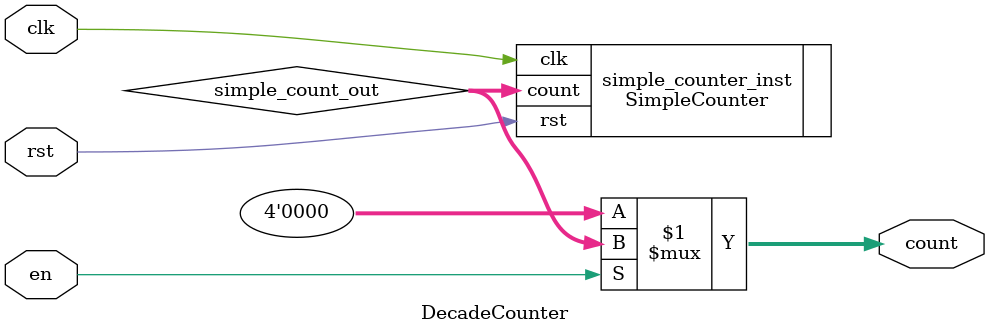
<source format=v>
module DecadeCounter(
  input wire clk,
  input wire rst,
  input wire en,
  output wire [3:0] count
);

  // Internal wire to connect SimpleCounter output to count
  wire [3:0] simple_count_out;

  // Instantiate the SimpleCounter module
  SimpleCounter simple_counter_inst (.clk(clk), .rst(rst),.count(simple_count_out)
  );

  // Assign the value from SimpleCounter to the output count
  assign count = (en) ? simple_count_out : 4'b0000;

endmodule


</source>
